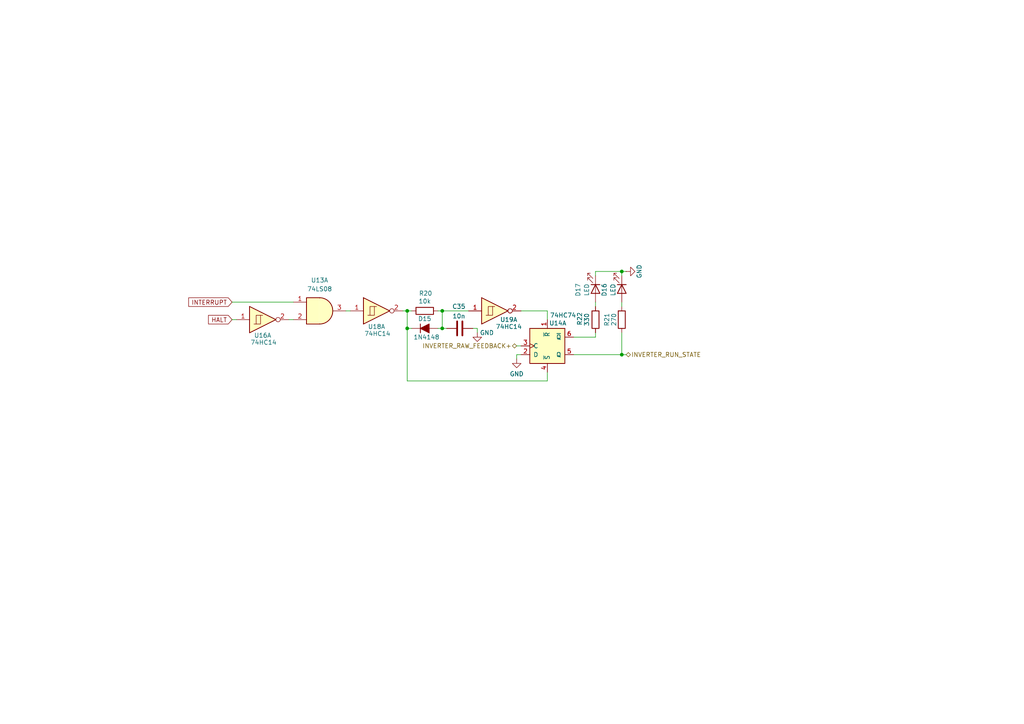
<source format=kicad_sch>
(kicad_sch (version 20250114) (generator "eeschema") (generator_version "9.0")
  (paper "A4")
  (lib_symbols
    (symbol "74xx:74HC14" (pin_names (offset 1.016))
      (property "Reference" "U" (at 0 1.27 0))
      (property "Value" "74HC14" (at 0 -1.27 0))
      (symbol "74HC14_1_0"
        (polyline (pts (xy -3.81 3.81) (xy -3.81 -3.81) (xy 3.81 0) (xy -3.81 3.81)) (stroke (width 0.254)) (fill (type background)))
        (pin input line (at -7.62 0 0) (length 3.81) (name "~") (number "1"))
        (pin output inverted (at 7.62 0 180) (length 3.81) (name "~") (number "2"))
      )
      (symbol "74HC14_1_1"
        (polyline (pts (xy -2.54 -1.27) (xy -0.635 -1.27) (xy -0.635 1.27) (xy 0 1.27)))
        (polyline (pts (xy -1.905 -1.27) (xy -1.905 1.27) (xy -0.635 1.27)))
      )
      (symbol "74HC14_2_0"
        (polyline (pts (xy -3.81 3.81) (xy -3.81 -3.81) (xy 3.81 0) (xy -3.81 3.81)) (stroke (width 0.254)) (fill (type background)))
        (pin input line (at -7.62 0 0) (length 3.81) (name "~") (number "3"))
        (pin output inverted (at 7.62 0 180) (length 3.81) (name "~") (number "4"))
      )
      (symbol "74HC14_2_1"
        (polyline (pts (xy -2.54 -1.27) (xy -0.635 -1.27) (xy -0.635 1.27) (xy 0 1.27)))
        (polyline (pts (xy -1.905 -1.27) (xy -1.905 1.27) (xy -0.635 1.27)))
      )
      (symbol "74HC14_3_0"
        (polyline (pts (xy -3.81 3.81) (xy -3.81 -3.81) (xy 3.81 0) (xy -3.81 3.81)) (stroke (width 0.254)) (fill (type background)))
        (pin input line (at -7.62 0 0) (length 3.81) (name "~") (number "5"))
        (pin output inverted (at 7.62 0 180) (length 3.81) (name "~") (number "6"))
      )
      (symbol "74HC14_3_1"
        (polyline (pts (xy -2.54 -1.27) (xy -0.635 -1.27) (xy -0.635 1.27) (xy 0 1.27)))
        (polyline (pts (xy -1.905 -1.27) (xy -1.905 1.27) (xy -0.635 1.27)))
      )
      (symbol "74HC14_4_0"
        (polyline (pts (xy -3.81 3.81) (xy -3.81 -3.81) (xy 3.81 0) (xy -3.81 3.81)) (stroke (width 0.254)) (fill (type background)))
        (pin input line (at -7.62 0 0) (length 3.81) (name "~") (number "9"))
        (pin output inverted (at 7.62 0 180) (length 3.81) (name "~") (number "8"))
      )
      (symbol "74HC14_4_1"
        (polyline (pts (xy -2.54 -1.27) (xy -0.635 -1.27) (xy -0.635 1.27) (xy 0 1.27)))
        (polyline (pts (xy -1.905 -1.27) (xy -1.905 1.27) (xy -0.635 1.27)))
      )
      (symbol "74HC14_5_0"
        (polyline (pts (xy -3.81 3.81) (xy -3.81 -3.81) (xy 3.81 0) (xy -3.81 3.81)) (stroke (width 0.254)) (fill (type background)))
        (pin input line (at -7.62 0 0) (length 3.81) (name "~") (number "11"))
        (pin output inverted (at 7.62 0 180) (length 3.81) (name "~") (number "10"))
      )
      (symbol "74HC14_5_1"
        (polyline (pts (xy -2.54 -1.27) (xy -0.635 -1.27) (xy -0.635 1.27) (xy 0 1.27)))
        (polyline (pts (xy -1.905 -1.27) (xy -1.905 1.27) (xy -0.635 1.27)))
      )
      (symbol "74HC14_6_0"
        (polyline (pts (xy -3.81 3.81) (xy -3.81 -3.81) (xy 3.81 0) (xy -3.81 3.81)) (stroke (width 0.254)) (fill (type background)))
        (pin input line (at -7.62 0 0) (length 3.81) (name "~") (number "13"))
        (pin output inverted (at 7.62 0 180) (length 3.81) (name "~") (number "12"))
      )
      (symbol "74HC14_6_1"
        (polyline (pts (xy -2.54 -1.27) (xy -0.635 -1.27) (xy -0.635 1.27) (xy 0 1.27)))
        (polyline (pts (xy -1.905 -1.27) (xy -1.905 1.27) (xy -0.635 1.27)))
      )
      (symbol "74HC14_7_0"
        (pin power_in line (at 0 12.7 270) (length 5.08) (name "VCC") (number "14"))
        (pin power_in line (at 0 -12.7 90) (length 5.08) (name "GND") (number "7"))
      )
      (symbol "74HC14_7_1"
        (rectangle (start -5.08 7.62) (end 5.08 -7.62) (stroke (width 0.254)) (fill (type background)))
      )
    )
    (symbol "74xx:74HC74" (pin_names (offset 1.016))
      (property "Reference" "U" (at -7.62 8.89 0))
      (property "Value" "74HC74" (at -7.62 -8.89 0))
      (symbol "74HC74_1_0"
        (pin input line (at -7.62 2.54 0) (length 2.54) (name "D") (number "2"))
        (pin input clock (at -7.62 0 0) (length 2.54) (name "C") (number "3"))
        (pin input line (at 0 7.62 270) (length 2.54) (name "~{S}") (number "4"))
        (pin input line (at 0 -7.62 90) (length 2.54) (name "~{R}") (number "1"))
        (pin output line (at 7.62 2.54 180) (length 2.54) (name "Q") (number "5"))
        (pin output line (at 7.62 -2.54 180) (length 2.54) (name "~{Q}") (number "6"))
      )
      (symbol "74HC74_1_1"
        (rectangle (start -5.08 5.08) (end 5.08 -5.08) (stroke (width 0.254)) (fill (type background)))
      )
      (symbol "74HC74_2_0"
        (pin input line (at -7.62 2.54 0) (length 2.54) (name "D") (number "12"))
        (pin input clock (at -7.62 0 0) (length 2.54) (name "C") (number "11"))
        (pin input line (at 0 7.62 270) (length 2.54) (name "~{S}") (number "10"))
        (pin input line (at 0 -7.62 90) (length 2.54) (name "~{R}") (number "13"))
        (pin output line (at 7.62 2.54 180) (length 2.54) (name "Q") (number "9"))
        (pin output line (at 7.62 -2.54 180) (length 2.54) (name "~{Q}") (number "8"))
      )
      (symbol "74HC74_2_1"
        (rectangle (start -5.08 5.08) (end 5.08 -5.08) (stroke (width 0.254)) (fill (type background)))
      )
      (symbol "74HC74_3_0"
        (pin power_in line (at 0 10.16 270) (length 2.54) (name "VCC") (number "14"))
        (pin power_in line (at 0 -10.16 90) (length 2.54) (name "GND") (number "7"))
      )
      (symbol "74HC74_3_1"
        (rectangle (start -5.08 7.62) (end 5.08 -7.62) (stroke (width 0.254)) (fill (type background)))
      )
    )
    (symbol "74xx:74LS08" (pin_names (offset 1.016))
      (property "Reference" "U" (at 0 1.27 0))
      (property "Value" "74LS08" (at 0 -1.27 0))
      (symbol "74LS08_1_1"
        (arc (start 0 3.81) (mid 3.7934 0) (end 0 -3.81) (stroke (width 0.254)) (fill (type background)))
        (polyline (pts (xy 0 3.81) (xy -3.81 3.81) (xy -3.81 -3.81) (xy 0 -3.81)) (stroke (width 0.254)) (fill (type background)))
        (pin input line (at -7.62 2.54 0) (length 3.81) (name "~") (number "1"))
        (pin input line (at -7.62 -2.54 0) (length 3.81) (name "~") (number "2"))
        (pin output line (at 7.62 0 180) (length 3.81) (name "~") (number "3"))
      )
      (symbol "74LS08_1_2"
        (arc (start -3.81 3.81) (mid -2.589 0) (end -3.81 -3.81) (stroke (width 0.254)))
        (polyline (pts (xy -3.81 3.81) (xy -0.635 3.81)) (stroke (width 0.254)) (fill (type background)))
        (polyline (pts (xy -3.81 -3.81) (xy -0.635 -3.81)) (stroke (width 0.254)) (fill (type background)))
        (arc (start 3.81 0) (mid 2.1855 -2.584) (end -0.6096 -3.81) (stroke (width 0.254)) (fill (type background)))
        (arc (start -0.6096 3.81) (mid 2.1928 2.5924) (end 3.81 0) (stroke (width 0.254)) (fill (type background)))
        (polyline (pts (xy -0.635 3.81) (xy -3.81 3.81) (xy -3.81 3.81) (xy -3.556 3.4036) (xy -3.0226 2.2606) (xy -2.6924 1.0414) (xy -2.6162 -0.254) (xy -2.7686 -1.4986) (xy -3.175 -2.7178) (xy -3.81 -3.81) (xy -3.81 -3.81) (xy -0.635 -3.81)) (stroke (width -25.4)) (fill (type background)))
        (pin input inverted (at -7.62 2.54 0) (length 4.318) (name "~") (number "1"))
        (pin input inverted (at -7.62 -2.54 0) (length 4.318) (name "~") (number "2"))
        (pin output inverted (at 7.62 0 180) (length 3.81) (name "~") (number "3"))
      )
      (symbol "74LS08_2_1"
        (arc (start 0 3.81) (mid 3.7934 0) (end 0 -3.81) (stroke (width 0.254)) (fill (type background)))
        (polyline (pts (xy 0 3.81) (xy -3.81 3.81) (xy -3.81 -3.81) (xy 0 -3.81)) (stroke (width 0.254)) (fill (type background)))
        (pin input line (at -7.62 2.54 0) (length 3.81) (name "~") (number "4"))
        (pin input line (at -7.62 -2.54 0) (length 3.81) (name "~") (number "5"))
        (pin output line (at 7.62 0 180) (length 3.81) (name "~") (number "6"))
      )
      (symbol "74LS08_2_2"
        (arc (start -3.81 3.81) (mid -2.589 0) (end -3.81 -3.81) (stroke (width 0.254)))
        (polyline (pts (xy -3.81 3.81) (xy -0.635 3.81)) (stroke (width 0.254)) (fill (type background)))
        (polyline (pts (xy -3.81 -3.81) (xy -0.635 -3.81)) (stroke (width 0.254)) (fill (type background)))
        (arc (start 3.81 0) (mid 2.1855 -2.584) (end -0.6096 -3.81) (stroke (width 0.254)) (fill (type background)))
        (arc (start -0.6096 3.81) (mid 2.1928 2.5924) (end 3.81 0) (stroke (width 0.254)) (fill (type background)))
        (polyline (pts (xy -0.635 3.81) (xy -3.81 3.81) (xy -3.81 3.81) (xy -3.556 3.4036) (xy -3.0226 2.2606) (xy -2.6924 1.0414) (xy -2.6162 -0.254) (xy -2.7686 -1.4986) (xy -3.175 -2.7178) (xy -3.81 -3.81) (xy -3.81 -3.81) (xy -0.635 -3.81)) (stroke (width -25.4)) (fill (type background)))
        (pin input inverted (at -7.62 2.54 0) (length 4.318) (name "~") (number "4"))
        (pin input inverted (at -7.62 -2.54 0) (length 4.318) (name "~") (number "5"))
        (pin output inverted (at 7.62 0 180) (length 3.81) (name "~") (number "6"))
      )
      (symbol "74LS08_3_1"
        (arc (start 0 3.81) (mid 3.7934 0) (end 0 -3.81) (stroke (width 0.254)) (fill (type background)))
        (polyline (pts (xy 0 3.81) (xy -3.81 3.81) (xy -3.81 -3.81) (xy 0 -3.81)) (stroke (width 0.254)) (fill (type background)))
        (pin input line (at -7.62 2.54 0) (length 3.81) (name "~") (number "9"))
        (pin input line (at -7.62 -2.54 0) (length 3.81) (name "~") (number "10"))
        (pin output line (at 7.62 0 180) (length 3.81) (name "~") (number "8"))
      )
      (symbol "74LS08_3_2"
        (arc (start -3.81 3.81) (mid -2.589 0) (end -3.81 -3.81) (stroke (width 0.254)))
        (polyline (pts (xy -3.81 3.81) (xy -0.635 3.81)) (stroke (width 0.254)) (fill (type background)))
        (polyline (pts (xy -3.81 -3.81) (xy -0.635 -3.81)) (stroke (width 0.254)) (fill (type background)))
        (arc (start 3.81 0) (mid 2.1855 -2.584) (end -0.6096 -3.81) (stroke (width 0.254)) (fill (type background)))
        (arc (start -0.6096 3.81) (mid 2.1928 2.5924) (end 3.81 0) (stroke (width 0.254)) (fill (type background)))
        (polyline (pts (xy -0.635 3.81) (xy -3.81 3.81) (xy -3.81 3.81) (xy -3.556 3.4036) (xy -3.0226 2.2606) (xy -2.6924 1.0414) (xy -2.6162 -0.254) (xy -2.7686 -1.4986) (xy -3.175 -2.7178) (xy -3.81 -3.81) (xy -3.81 -3.81) (xy -0.635 -3.81)) (stroke (width -25.4)) (fill (type background)))
        (pin input inverted (at -7.62 2.54 0) (length 4.318) (name "~") (number "9"))
        (pin input inverted (at -7.62 -2.54 0) (length 4.318) (name "~") (number "10"))
        (pin output inverted (at 7.62 0 180) (length 3.81) (name "~") (number "8"))
      )
      (symbol "74LS08_4_1"
        (arc (start 0 3.81) (mid 3.7934 0) (end 0 -3.81) (stroke (width 0.254)) (fill (type background)))
        (polyline (pts (xy 0 3.81) (xy -3.81 3.81) (xy -3.81 -3.81) (xy 0 -3.81)) (stroke (width 0.254)) (fill (type background)))
        (pin input line (at -7.62 2.54 0) (length 3.81) (name "~") (number "12"))
        (pin input line (at -7.62 -2.54 0) (length 3.81) (name "~") (number "13"))
        (pin output line (at 7.62 0 180) (length 3.81) (name "~") (number "11"))
      )
      (symbol "74LS08_4_2"
        (arc (start -3.81 3.81) (mid -2.589 0) (end -3.81 -3.81) (stroke (width 0.254)))
        (polyline (pts (xy -3.81 3.81) (xy -0.635 3.81)) (stroke (width 0.254)) (fill (type background)))
        (polyline (pts (xy -3.81 -3.81) (xy -0.635 -3.81)) (stroke (width 0.254)) (fill (type background)))
        (arc (start 3.81 0) (mid 2.1855 -2.584) (end -0.6096 -3.81) (stroke (width 0.254)) (fill (type background)))
        (arc (start -0.6096 3.81) (mid 2.1928 2.5924) (end 3.81 0) (stroke (width 0.254)) (fill (type background)))
        (polyline (pts (xy -0.635 3.81) (xy -3.81 3.81) (xy -3.81 3.81) (xy -3.556 3.4036) (xy -3.0226 2.2606) (xy -2.6924 1.0414) (xy -2.6162 -0.254) (xy -2.7686 -1.4986) (xy -3.175 -2.7178) (xy -3.81 -3.81) (xy -3.81 -3.81) (xy -0.635 -3.81)) (stroke (width -25.4)) (fill (type background)))
        (pin input inverted (at -7.62 2.54 0) (length 4.318) (name "~") (number "12"))
        (pin input inverted (at -7.62 -2.54 0) (length 4.318) (name "~") (number "13"))
        (pin output inverted (at 7.62 0 180) (length 3.81) (name "~") (number "11"))
      )
      (symbol "74LS08_5_0"
        (pin power_in line (at 0 12.7 270) (length 5.08) (name "VCC") (number "14"))
        (pin power_in line (at 0 -12.7 90) (length 5.08) (name "GND") (number "7"))
      )
      (symbol "74LS08_5_1"
        (rectangle (start -5.08 7.62) (end 5.08 -7.62) (stroke (width 0.254)) (fill (type background)))
      )
    )
    (symbol "Device:C" (pin_numbers (hide yes)) (pin_names (offset 0.254))
      (property "Reference" "C" (at 0.635 2.54 0))
      (property "Value" "C" (at 0.635 -2.54 0))
      (symbol "C_0_1"
        (polyline (pts (xy -2.032 0.762) (xy 2.032 0.762)) (stroke (width 0.508)))
        (polyline (pts (xy -2.032 -0.762) (xy 2.032 -0.762)) (stroke (width 0.508)))
      )
      (symbol "C_1_1"
        (pin passive line (at 0 3.81 270) (length 2.794) (name "~") (number "1"))
        (pin passive line (at 0 -3.81 90) (length 2.794) (name "~") (number "2"))
      )
    )
    (symbol "Device:LED" (pin_numbers (hide yes)) (pin_names (offset 1.016) (hide yes))
      (property "Reference" "D" (at 0 2.54 0))
      (property "Value" "LED" (at 0 -2.54 0))
      (symbol "LED_0_1"
        (polyline (pts (xy -3.048 -0.762) (xy -4.572 -2.286) (xy -3.81 -2.286) (xy -4.572 -2.286) (xy -4.572 -1.524)))
        (polyline (pts (xy -1.778 -0.762) (xy -3.302 -2.286) (xy -2.54 -2.286) (xy -3.302 -2.286) (xy -3.302 -1.524)))
        (polyline (pts (xy -1.27 0) (xy 1.27 0)))
        (polyline (pts (xy -1.27 -1.27) (xy -1.27 1.27)) (stroke (width 0.254)))
        (polyline (pts (xy 1.27 -1.27) (xy 1.27 1.27) (xy -1.27 0) (xy 1.27 -1.27)) (stroke (width 0.254)))
      )
      (symbol "LED_1_1"
        (pin passive line (at -3.81 0 0) (length 2.54) (name "K") (number "1"))
        (pin passive line (at 3.81 0 180) (length 2.54) (name "A") (number "2"))
      )
    )
    (symbol "Device:R" (pin_numbers (hide yes)) (pin_names (offset 0))
      (property "Reference" "R" (at 2.032 0 90))
      (property "Value" "R" (at 0 0 90))
      (symbol "R_0_1"
        (rectangle (start -1.016 -2.54) (end 1.016 2.54) (stroke (width 0.254)))
      )
      (symbol "R_1_1"
        (pin passive line (at 0 3.81 270) (length 1.27) (name "~") (number "1"))
        (pin passive line (at 0 -3.81 90) (length 1.27) (name "~") (number "2"))
      )
    )
    (symbol "PCM_Diode_AKL:1N4148" (pin_numbers (hide yes)) (pin_names (offset 1.016) (hide yes))
      (property "Reference" "D" (at 0 5.08 0))
      (property "Value" "1N4148" (at 0 2.54 0))
      (symbol "1N4148_0_1"
        (polyline (pts (xy -1.27 1.27) (xy -1.27 -1.27) (xy 1.27 0) (xy -1.27 1.27)) (stroke (width 0.254)) (fill (type outline)))
        (polyline (pts (xy -1.27 0) (xy 1.27 0)))
        (polyline (pts (xy 1.27 1.27) (xy 1.27 -1.27)) (stroke (width 0.254)))
      )
      (symbol "1N4148_0_2"
        (polyline (pts (xy -2.54 -2.54) (xy 2.54 2.54)))
        (polyline (pts (xy -0.889 -0.889) (xy -1.778 0) (xy 0.889 0.889) (xy 0 -1.778) (xy -0.889 -0.889)) (stroke (width 0.254)) (fill (type outline)))
        (polyline (pts (xy 0 1.778) (xy 1.778 0)) (stroke (width 0.254)))
      )
      (symbol "1N4148_1_1"
        (pin passive line (at -3.81 0 0) (length 2.54) (name "A") (number "2"))
        (pin passive line (at 3.81 0 180) (length 2.54) (name "K") (number "1"))
      )
      (symbol "1N4148_1_2"
        (pin passive line (at -2.54 -2.54 0) (length 0) (name "A") (number "2"))
        (pin passive line (at 2.54 2.54 180) (length 0) (name "K") (number "1"))
      )
    )
    (symbol "power:GND" (power) (pin_numbers (hide yes)) (pin_names (offset 0) (hide yes))
      (property "Value" "GND" (at 0 -3.81 0))
      (symbol "GND_0_1"
        (polyline (pts (xy 0 0) (xy 0 -1.27) (xy 1.27 -1.27) (xy 0 -2.54) (xy -1.27 -1.27) (xy 0 -1.27)))
      )
      (symbol "GND_1_1"
        (pin power_in line (at 0 0 270) (length 0) (name "~") (number "1"))
      )
    )
  )
  (junction (at 128.27 95.25))
  (junction (at 128.27 90.17))
  (junction (at 118.11 90.17))
  (junction (at 118.11 95.25))
  (junction (at 180.34 78.74))
  (junction (at 180.34 102.87))
  (wire (pts (xy 149.86 102.87) (xy 151.13 102.87)))
  (wire (pts (xy 127 90.17) (xy 128.27 90.17)))
  (wire (pts (xy 180.34 96.52) (xy 180.34 102.87)))
  (wire (pts (xy 135.89 90.17) (xy 128.27 90.17)))
  (wire (pts (xy 83.82 92.71) (xy 85.09 92.71)))
  (wire (pts (xy 128.27 95.25) (xy 127 95.25)))
  (wire (pts (xy 181.61 78.74) (xy 180.34 78.74)))
  (wire (pts (xy 138.43 95.25) (xy 137.16 95.25)))
  (wire (pts (xy 158.75 110.49) (xy 158.75 107.95)))
  (wire (pts (xy 172.72 96.52) (xy 172.72 97.79)))
  (wire (pts (xy 151.13 90.17) (xy 158.75 90.17)))
  (wire (pts (xy 181.61 102.87) (xy 180.34 102.87)))
  (wire (pts (xy 180.34 78.74) (xy 172.72 78.74)))
  (wire (pts (xy 100.33 90.17) (xy 101.6 90.17)))
  (wire (pts (xy 118.11 90.17) (xy 119.38 90.17)))
  (wire (pts (xy 172.72 78.74) (xy 172.72 80.01)))
  (wire (pts (xy 118.11 90.17) (xy 118.11 95.25)))
  (wire (pts (xy 180.34 87.63) (xy 180.34 88.9)))
  (wire (pts (xy 116.84 90.17) (xy 118.11 90.17)))
  (wire (pts (xy 118.11 110.49) (xy 158.75 110.49)))
  (wire (pts (xy 149.86 104.14) (xy 149.86 102.87)))
  (wire (pts (xy 118.11 95.25) (xy 119.38 95.25)))
  (wire (pts (xy 118.11 95.25) (xy 118.11 110.49)))
  (wire (pts (xy 149.86 100.33) (xy 151.13 100.33)))
  (wire (pts (xy 158.75 90.17) (xy 158.75 92.71)))
  (wire (pts (xy 180.34 78.74) (xy 180.34 80.01)))
  (wire (pts (xy 172.72 97.79) (xy 166.37 97.79)))
  (wire (pts (xy 67.31 92.71) (xy 68.58 92.71)))
  (wire (pts (xy 138.43 95.25) (xy 138.43 96.52)))
  (wire (pts (xy 172.72 87.63) (xy 172.72 88.9)))
  (wire (pts (xy 67.31 87.63) (xy 85.09 87.63)))
  (wire (pts (xy 129.54 95.25) (xy 128.27 95.25)))
  (wire (pts (xy 180.34 102.87) (xy 166.37 102.87)))
  (wire (pts (xy 128.27 90.17) (xy 128.27 95.25)))
  (global_label "HALT" (shape input) (at 67.31 92.71 180) (property "Intersheetrefs" "${INTERSHEET_REFS}" (effects (hide yes))))
  (global_label "INTERRUPT" (shape input) (at 67.31 87.63 180) (property "Intersheetrefs" "${INTERSHEET_REFS}" (effects (hide yes))))
  (hierarchical_label "INVERTER_RAW_FEEDBACK+" (shape bidirectional) (at 149.86 100.33 180))
  (hierarchical_label "INVERTER_RUN_STATE" (shape bidirectional) (at 181.61 102.87 0))
  (symbol (lib_id "Device:R") (at 123.19 90.17 270) (unit 1)
    (property "Reference" "R20" (at 123.444 85.09 90))
    (property "Value" "10k" (at 123.19 87.376 90))
    (property "Description" "Resistor" (effects (hide yes)))
  )
  (symbol (lib_id "Device:R") (at 172.72 92.71 0) (unit 1)
    (property "Reference" "R22" (at 168.148 92.456 90))
    (property "Value" "330" (at 170.18 92.71 90))
    (property "Description" "Resistor" (effects (hide yes)))
  )
  (symbol (lib_id "power:GND") (at 149.86 104.14 0) (unit 1)
    (property "Reference" "#PWR044" (effects (hide yes)))
    (property "Value" "GND" (at 149.86 108.458 0))
    (property "Description" "Power symbol creates a global label with name \"GND\" , ground" (effects (hide yes)))
  )
  (symbol (lib_id "PCM_Diode_AKL:1N4148") (at 123.19 95.25 180) (unit 1)
    (property "Reference" "D15" (at 123.19 92.456 0))
    (property "Value" "1N4148" (at 123.698 97.79 0))
    (property "Footprint" "PCM_Diode_THT_AKL:D_DO-35_SOD27_P7.62mm_Horizontal" (effects (hide yes)))
    (property "Datasheet" "https://datasheet.octopart.com/1N4148TR-ON-Semiconductor-datasheet-42765246.pdf" (effects (hide yes)))
    (property "Description" "DO-35 Diode, Small Signal, Fast Switching, 75V, 150mA, 4ns, Alternate KiCad Library" (effects (hide yes)))
  )
  (symbol (lib_id "Device:C") (at 133.35 95.25 90) (unit 1)
    (property "Reference" "C35" (at 133.096 88.9 90))
    (property "Value" "10n" (at 133.096 91.694 90))
    (property "Description" "Unpolarized capacitor" (effects (hide yes)))
  )
  (symbol (lib_id "Device:LED") (at 180.34 83.82 270) (unit 1)
    (property "Reference" "D16" (at 175.26 84.074 0))
    (property "Value" "LED" (at 177.8 84.074 0))
    (property "Description" "Light emitting diode" (effects (hide yes)))
    (property "Sim.Pins" "1=K 2=A" (effects (hide yes)))
  )
  (symbol (lib_id "74xx:74HC74") (at 158.75 100.33 0) (mirror x) (unit 1)
    (property "Reference" "U14" (at 161.798 93.726 0))
    (property "Value" "74HC74" (at 163.322 91.44 0))
    (property "Datasheet" "74xx/74hc_hct74.pdf" (effects (hide yes)))
    (property "Description" "Dual D Flip-flop, Set & Reset" (effects (hide yes)))
  )
  (symbol (lib_id "74xx:74HC14") (at 76.2 92.71 0) (unit 1)
    (property "Reference" "U16" (at 76.2 97.282 0))
    (property "Value" "74HC14" (at 76.454 99.314 0))
    (property "Datasheet" "http://www.ti.com/lit/gpn/sn74HC14" (effects (hide yes)))
    (property "Description" "Hex inverter schmitt trigger" (effects (hide yes)))
  )
  (symbol (lib_id "power:GND") (at 138.43 96.52 0) (unit 1)
    (property "Reference" "#PWR045" (effects (hide yes)))
    (property "Value" "GND" (at 141.224 96.52 0))
    (property "Description" "Power symbol creates a global label with name \"GND\" , ground" (effects (hide yes)))
  )
  (symbol (lib_id "74xx:74HC14") (at 109.22 90.17 0) (unit 1)
    (property "Reference" "U18" (at 109.22 94.742 0))
    (property "Value" "74HC14" (at 109.474 96.774 0))
    (property "Datasheet" "http://www.ti.com/lit/gpn/sn74HC14" (effects (hide yes)))
    (property "Description" "Hex inverter schmitt trigger" (effects (hide yes)))
  )
  (symbol (lib_id "Device:LED") (at 172.72 83.82 270) (unit 1)
    (property "Reference" "D17" (at 167.64 84.074 0))
    (property "Value" "LED" (at 170.18 84.074 0))
    (property "Description" "Light emitting diode" (effects (hide yes)))
    (property "Sim.Pins" "1=K 2=A" (effects (hide yes)))
  )
  (symbol (lib_id "74xx:74HC14") (at 143.51 90.17 0) (unit 1)
    (property "Reference" "U19" (at 147.574 92.71 0))
    (property "Value" "74HC14" (at 147.574 94.742 0))
    (property "Datasheet" "http://www.ti.com/lit/gpn/sn74HC14" (effects (hide yes)))
    (property "Description" "Hex inverter schmitt trigger" (effects (hide yes)))
  )
  (symbol (lib_id "Device:R") (at 180.34 92.71 0) (unit 1)
    (property "Reference" "R21" (at 176.022 92.71 90))
    (property "Value" "270" (at 178.054 92.71 90))
    (property "Description" "Resistor" (effects (hide yes)))
  )
  (symbol (lib_id "74xx:74LS08") (at 92.71 90.17 0) (unit 1)
    (property "Reference" "U13" (at 92.7017 81.28 0))
    (property "Value" "74LS08" (at 92.7017 83.82 0))
    (property "Datasheet" "http://www.ti.com/lit/gpn/sn74LS08" (effects (hide yes)))
    (property "Description" "Quad And2" (effects (hide yes)))
  )
  (symbol (lib_id "power:GND") (at 181.61 78.74 90) (unit 1)
    (property "Reference" "#PWR046" (effects (hide yes)))
    (property "Value" "GND" (at 185.42 78.74 0))
    (property "Description" "Power symbol creates a global label with name \"GND\" , ground" (effects (hide yes)))
  )
)
</source>
